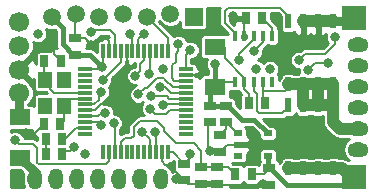
<source format=gtl>
G04 (created by PCBNEW (2013-may-18)-stable) date Mit 10 Dez 2014 19:38:00 UTC*
%MOIN*%
G04 Gerber Fmt 3.4, Leading zero omitted, Abs format*
%FSLAX34Y34*%
G01*
G70*
G90*
G04 APERTURE LIST*
%ADD10C,0.00590551*%
%ADD11R,0.0393701X0.0275591*%
%ADD12R,0.0275591X0.0393701*%
%ADD13R,0.03X0.02*%
%ADD14R,0.0708X0.0551*%
%ADD15R,0.0452756X0.0551181*%
%ADD16R,0.0472441X0.011811*%
%ADD17R,0.011811X0.0472441*%
%ADD18R,0.0126X0.0339*%
%ADD19R,0.02X0.045*%
%ADD20C,0.0669291*%
%ADD21R,0.0787402X0.0787402*%
%ADD22C,0.0590551*%
%ADD23R,0.0590551X0.0590551*%
%ADD24O,0.05X0.07*%
%ADD25O,0.07X0.05*%
%ADD26C,0.0314961*%
%ADD27C,0.015748*%
%ADD28C,0.0080315*%
%ADD29C,0.0314961*%
%ADD30C,0.0393701*%
%ADD31C,0.01*%
G04 APERTURE END LIST*
G54D10*
G54D11*
X54094Y-41338D03*
X54094Y-40787D03*
X50433Y-36614D03*
X50433Y-37165D03*
G54D12*
X49980Y-37381D03*
X49429Y-37381D03*
X49409Y-39468D03*
X49960Y-39468D03*
G54D13*
X55877Y-39782D03*
X55877Y-40532D03*
X56877Y-39782D03*
X55877Y-40157D03*
X56877Y-40532D03*
G54D14*
X48622Y-39252D03*
X48622Y-40590D03*
G54D15*
X49448Y-38858D03*
X49448Y-37992D03*
X50078Y-37992D03*
X50078Y-38858D03*
G54D16*
X50787Y-37637D03*
X50787Y-37834D03*
X50787Y-38031D03*
X50787Y-38228D03*
X50787Y-38425D03*
X50787Y-38622D03*
X50787Y-38818D03*
X50787Y-39015D03*
X50787Y-39212D03*
X50787Y-39409D03*
X50787Y-39606D03*
X50787Y-39803D03*
G54D17*
X51377Y-40393D03*
X51574Y-40393D03*
X51771Y-40393D03*
X51968Y-40393D03*
X52165Y-40393D03*
X52362Y-40393D03*
X52559Y-40393D03*
X52755Y-40393D03*
X52952Y-40393D03*
X53149Y-40393D03*
X53346Y-40393D03*
X53543Y-40393D03*
G54D16*
X54133Y-39803D03*
X54133Y-39606D03*
X54133Y-39409D03*
X54133Y-39212D03*
X54133Y-39015D03*
X54133Y-38818D03*
X54133Y-38622D03*
X54133Y-38425D03*
X54133Y-38228D03*
X54133Y-38031D03*
X54133Y-37834D03*
X54133Y-37637D03*
G54D17*
X53543Y-37047D03*
X53346Y-37047D03*
X53149Y-37047D03*
X52952Y-37047D03*
X52755Y-37047D03*
X52559Y-37047D03*
X52362Y-37047D03*
X52165Y-37047D03*
X51968Y-37047D03*
X51771Y-37047D03*
X51574Y-37047D03*
X51377Y-37047D03*
G54D11*
X54645Y-41456D03*
X54645Y-40905D03*
X55196Y-41456D03*
X55196Y-40905D03*
G54D12*
X55787Y-41141D03*
X56338Y-41141D03*
G54D11*
X55472Y-39409D03*
X55472Y-38858D03*
X56929Y-41496D03*
X56929Y-40944D03*
X54960Y-39409D03*
X54960Y-38858D03*
G54D12*
X49468Y-39980D03*
X50019Y-39980D03*
G54D11*
X55275Y-40393D03*
X55275Y-39842D03*
G54D12*
X56791Y-38779D03*
X56240Y-38779D03*
X56141Y-35944D03*
X56692Y-35944D03*
G54D18*
X55770Y-38062D03*
X56085Y-38062D03*
X56400Y-38062D03*
X56715Y-38062D03*
X57030Y-38062D03*
X57030Y-36538D03*
X56715Y-36538D03*
X56400Y-36538D03*
X56085Y-36538D03*
X55770Y-36538D03*
G54D14*
X55118Y-38228D03*
X55118Y-36890D03*
G54D19*
X59050Y-40950D03*
X59050Y-38850D03*
X58550Y-40950D03*
X58050Y-40950D03*
X57550Y-40950D03*
X58550Y-38850D03*
X58050Y-38850D03*
X57550Y-38850D03*
X59050Y-38150D03*
X59050Y-36050D03*
X58550Y-38150D03*
X58050Y-38150D03*
X57550Y-38150D03*
X58550Y-36050D03*
X58050Y-36050D03*
X57550Y-36050D03*
G54D12*
X49468Y-40472D03*
X50019Y-40472D03*
G54D20*
X48582Y-38444D03*
X48582Y-37657D03*
X48582Y-36082D03*
X48582Y-36870D03*
G54D21*
X59763Y-35944D03*
X59763Y-41220D03*
G54D22*
X49685Y-35905D03*
X50472Y-35787D03*
X51259Y-35905D03*
X52047Y-35787D03*
X52834Y-35905D03*
G54D23*
X54409Y-35905D03*
G54D22*
X53622Y-35787D03*
G54D24*
X49100Y-41299D03*
X53300Y-41299D03*
X49800Y-41299D03*
X50500Y-41299D03*
X51200Y-41299D03*
X51900Y-41299D03*
X52600Y-41299D03*
G54D25*
X59881Y-40332D03*
X59881Y-36832D03*
X59881Y-37532D03*
X59881Y-38232D03*
X59881Y-38932D03*
X59881Y-39632D03*
G54D26*
X54271Y-40472D03*
X50413Y-40236D03*
X53366Y-37637D03*
X54291Y-37007D03*
X51338Y-37559D03*
X51456Y-39094D03*
X50767Y-40472D03*
X55118Y-37480D03*
X52755Y-36456D03*
X51732Y-39429D03*
X52283Y-36476D03*
X49212Y-36476D03*
X48464Y-40019D03*
X58543Y-36594D03*
X58562Y-39685D03*
X56712Y-41456D03*
X48799Y-39783D03*
X48523Y-41279D03*
X55826Y-38503D03*
X51594Y-38720D03*
X54704Y-37677D03*
X50984Y-36830D03*
X54940Y-40374D03*
X53799Y-41299D03*
X55728Y-35885D03*
X52913Y-37795D03*
X51318Y-39507D03*
X52460Y-37874D03*
X52559Y-38484D03*
X52992Y-38543D03*
X56948Y-37637D03*
X53287Y-38248D03*
X56417Y-37047D03*
X50984Y-36417D03*
X51377Y-37992D03*
X59114Y-36574D03*
X57913Y-37342D03*
X58208Y-37657D03*
X58877Y-37421D03*
X52952Y-38956D03*
X56496Y-37637D03*
X55925Y-37322D03*
X53366Y-38838D03*
X51318Y-38405D03*
X53110Y-39724D03*
X53897Y-36811D03*
X52696Y-39724D03*
G54D27*
X50433Y-37165D02*
X50944Y-37165D01*
X50944Y-37165D02*
X51338Y-37559D01*
X50039Y-36653D02*
X50039Y-36811D01*
X50393Y-37165D02*
X50433Y-37165D01*
X50039Y-36811D02*
X50393Y-37165D01*
X49685Y-35905D02*
X50039Y-36259D01*
X50039Y-36259D02*
X50039Y-36653D01*
G54D28*
X54094Y-40787D02*
X54271Y-40610D01*
X54271Y-40610D02*
X54271Y-40472D01*
X50137Y-40354D02*
X50295Y-40354D01*
X50137Y-40354D02*
X50019Y-40472D01*
X50295Y-40354D02*
X50413Y-40236D01*
X54291Y-37007D02*
X54133Y-37165D01*
X54133Y-37165D02*
X54133Y-37637D01*
X50039Y-36259D02*
X50039Y-36653D01*
X53543Y-40393D02*
X53700Y-40393D01*
X53700Y-40393D02*
X54094Y-40787D01*
X50787Y-37637D02*
X51259Y-37637D01*
X51259Y-37637D02*
X51338Y-37559D01*
X51377Y-37047D02*
X51377Y-37519D01*
X51377Y-37519D02*
X51338Y-37559D01*
X51456Y-39094D02*
X51338Y-39094D01*
X51338Y-39094D02*
X51220Y-39212D01*
X50787Y-39212D02*
X51220Y-39212D01*
G54D29*
X48582Y-38464D02*
X48582Y-39212D01*
X48582Y-39212D02*
X48622Y-39252D01*
X48622Y-40590D02*
X49100Y-41069D01*
X49100Y-41069D02*
X49100Y-41299D01*
G54D27*
X55118Y-37480D02*
X55118Y-38228D01*
X54960Y-38858D02*
X54960Y-38385D01*
X54960Y-38385D02*
X55118Y-38228D01*
X55472Y-38858D02*
X54960Y-38858D01*
X56877Y-39782D02*
X56426Y-39330D01*
X55551Y-38858D02*
X55472Y-38858D01*
X56023Y-39330D02*
X55551Y-38858D01*
X56426Y-39330D02*
X56023Y-39330D01*
G54D28*
X55770Y-38062D02*
X55284Y-38062D01*
X55284Y-38062D02*
X55118Y-38228D01*
G54D30*
X58550Y-40950D02*
X59050Y-40950D01*
X59700Y-41306D02*
X59343Y-40950D01*
X59343Y-40950D02*
X58550Y-40950D01*
X58550Y-40950D02*
X58050Y-40950D01*
X57550Y-40950D02*
X58050Y-40950D01*
G54D27*
X56929Y-40944D02*
X56877Y-40893D01*
X56877Y-40893D02*
X56877Y-40532D01*
X57125Y-41102D02*
X56968Y-40944D01*
X57519Y-41496D02*
X57125Y-41102D01*
X56968Y-40944D02*
X56929Y-40944D01*
G54D28*
X56338Y-41141D02*
X56732Y-41141D01*
X56732Y-41141D02*
X56929Y-40944D01*
G54D27*
X59510Y-41496D02*
X57519Y-41496D01*
X59700Y-41306D02*
X59510Y-41496D01*
G54D28*
X52559Y-37047D02*
X52559Y-36653D01*
X52559Y-36653D02*
X52755Y-36456D01*
X51771Y-39468D02*
X51771Y-40393D01*
X51732Y-39429D02*
X51771Y-39468D01*
X53405Y-39704D02*
X53405Y-39606D01*
X53779Y-40078D02*
X53405Y-39704D01*
X54645Y-40905D02*
X54645Y-40354D01*
X54409Y-40118D02*
X53818Y-40118D01*
X54645Y-40354D02*
X54409Y-40118D01*
X53031Y-39370D02*
X53169Y-39370D01*
X52992Y-39370D02*
X52677Y-39370D01*
X53031Y-39370D02*
X52992Y-39370D01*
X51968Y-40078D02*
X52106Y-39940D01*
X52106Y-39940D02*
X52322Y-39940D01*
X52322Y-39940D02*
X52401Y-39862D01*
X52401Y-39862D02*
X52401Y-39586D01*
X52401Y-39586D02*
X52618Y-39370D01*
X52618Y-39370D02*
X52677Y-39370D01*
X51968Y-40393D02*
X51968Y-40078D01*
X53818Y-40118D02*
X53779Y-40078D01*
X53169Y-39370D02*
X53405Y-39606D01*
X55196Y-40905D02*
X55551Y-40905D01*
X55551Y-40905D02*
X55787Y-41141D01*
X54645Y-40905D02*
X55196Y-40905D01*
X52362Y-36555D02*
X52283Y-36476D01*
X52362Y-37047D02*
X52362Y-36555D01*
X48582Y-40137D02*
X48464Y-40019D01*
X48582Y-40137D02*
X48838Y-40137D01*
X49232Y-40807D02*
X49192Y-40767D01*
X49192Y-40767D02*
X49192Y-40275D01*
X49192Y-40275D02*
X49055Y-40137D01*
X49055Y-40137D02*
X48838Y-40137D01*
X51574Y-40708D02*
X51574Y-40393D01*
X51476Y-40807D02*
X49409Y-40807D01*
X51574Y-40708D02*
X51476Y-40807D01*
X49409Y-40807D02*
X49232Y-40807D01*
G54D27*
X58543Y-36594D02*
X58543Y-36056D01*
X58543Y-36056D02*
X58550Y-36050D01*
G54D29*
X59658Y-36050D02*
X59842Y-35866D01*
X58050Y-36050D02*
X59658Y-36050D01*
G54D28*
X55196Y-41456D02*
X55255Y-41515D01*
X56751Y-41496D02*
X56712Y-41456D01*
X56751Y-41496D02*
X56929Y-41496D01*
X56653Y-41515D02*
X56712Y-41456D01*
X55255Y-41515D02*
X56653Y-41515D01*
X54645Y-41456D02*
X55196Y-41456D01*
X54094Y-41338D02*
X54212Y-41456D01*
X54212Y-41456D02*
X54645Y-41456D01*
X49409Y-39468D02*
X49015Y-39862D01*
X48877Y-39862D02*
X48799Y-39783D01*
X49015Y-39862D02*
X48877Y-39862D01*
X56085Y-36538D02*
X56085Y-36001D01*
X56085Y-36001D02*
X56141Y-35944D01*
G54D30*
X58050Y-36050D02*
X58550Y-36050D01*
X58550Y-36050D02*
X59050Y-36050D01*
G54D28*
X49980Y-37381D02*
X49744Y-37145D01*
X49744Y-37145D02*
X49744Y-36929D01*
X51358Y-38779D02*
X51535Y-38779D01*
X51535Y-38779D02*
X51594Y-38720D01*
X50787Y-39015D02*
X51122Y-39015D01*
X51122Y-39015D02*
X51358Y-38779D01*
X54133Y-37834D02*
X54547Y-37834D01*
X54547Y-37834D02*
X54704Y-37677D01*
X52165Y-37047D02*
X52165Y-37421D01*
X52165Y-37421D02*
X52145Y-37440D01*
X55877Y-40157D02*
X55511Y-40157D01*
X55511Y-40157D02*
X55275Y-40393D01*
X54960Y-39409D02*
X54881Y-39488D01*
X54881Y-40314D02*
X54940Y-40374D01*
X54881Y-39488D02*
X54881Y-40314D01*
X50433Y-36614D02*
X50433Y-35866D01*
X50433Y-35866D02*
X50472Y-35826D01*
X50433Y-36614D02*
X50767Y-36614D01*
X50767Y-36614D02*
X50984Y-36830D01*
X51574Y-37047D02*
X51574Y-36712D01*
X51043Y-36830D02*
X50984Y-36830D01*
X51220Y-36653D02*
X51043Y-36830D01*
X51515Y-36653D02*
X51220Y-36653D01*
X51574Y-36712D02*
X51515Y-36653D01*
X55275Y-40393D02*
X54960Y-40393D01*
X54960Y-40393D02*
X54940Y-40374D01*
X54094Y-41338D02*
X53838Y-41338D01*
X53838Y-41338D02*
X53799Y-41299D01*
X56141Y-35944D02*
X55787Y-35944D01*
X55787Y-35944D02*
X55728Y-35885D01*
X53346Y-40393D02*
X53346Y-40708D01*
X53582Y-40826D02*
X54094Y-41338D01*
X53464Y-40826D02*
X53582Y-40826D01*
X53346Y-40708D02*
X53464Y-40826D01*
X52952Y-37755D02*
X52952Y-37047D01*
X52913Y-37795D02*
X52952Y-37755D01*
X51220Y-39409D02*
X51318Y-39507D01*
X50787Y-39409D02*
X51220Y-39409D01*
X52627Y-37706D02*
X52460Y-37874D01*
X52627Y-37470D02*
X52627Y-37706D01*
X52755Y-37342D02*
X52755Y-37047D01*
X52627Y-37470D02*
X52755Y-37342D01*
X53464Y-37992D02*
X53425Y-37952D01*
X52854Y-38267D02*
X52775Y-38267D01*
X53169Y-37952D02*
X52854Y-38267D01*
X53425Y-37952D02*
X53169Y-37952D01*
X52559Y-38484D02*
X52775Y-38267D01*
X54133Y-38228D02*
X53700Y-38228D01*
X53700Y-38228D02*
X53464Y-37992D01*
X50787Y-39606D02*
X50472Y-39606D01*
X50098Y-39980D02*
X50019Y-39980D01*
X50472Y-39606D02*
X50098Y-39980D01*
G54D30*
X59050Y-38850D02*
X59055Y-38855D01*
X59055Y-38855D02*
X59055Y-39409D01*
X58050Y-38150D02*
X58050Y-38850D01*
X58550Y-38150D02*
X58550Y-38850D01*
X58050Y-38850D02*
X58550Y-38850D01*
X58550Y-38850D02*
X59050Y-38850D01*
X59050Y-38850D02*
X59050Y-38150D01*
X57550Y-38150D02*
X58050Y-38150D01*
X58050Y-38150D02*
X58550Y-38150D01*
X58550Y-38150D02*
X59050Y-38150D01*
G54D28*
X57550Y-38150D02*
X57550Y-38276D01*
X57440Y-38385D02*
X56715Y-38385D01*
X57550Y-38276D02*
X57440Y-38385D01*
G54D30*
X59278Y-39632D02*
X59055Y-39409D01*
X59055Y-39409D02*
X59050Y-39404D01*
G54D29*
X59050Y-38850D02*
X59050Y-39404D01*
X59050Y-39404D02*
X59278Y-39632D01*
G54D27*
X58050Y-38850D02*
X59050Y-38850D01*
X59050Y-38850D02*
X59050Y-38150D01*
G54D28*
X56715Y-38062D02*
X56715Y-38385D01*
X56715Y-38385D02*
X56715Y-38757D01*
X56715Y-38757D02*
X56692Y-38779D01*
G54D30*
X59881Y-39632D02*
X59278Y-39632D01*
G54D28*
X53582Y-38622D02*
X53503Y-38543D01*
X53503Y-38543D02*
X52992Y-38543D01*
X53582Y-38622D02*
X54133Y-38622D01*
X53641Y-38425D02*
X53464Y-38248D01*
X53464Y-38248D02*
X53287Y-38248D01*
X54133Y-38425D02*
X53641Y-38425D01*
X56715Y-36749D02*
X56417Y-37047D01*
X56715Y-36749D02*
X56715Y-36538D01*
X49468Y-39980D02*
X49468Y-40472D01*
X55275Y-39842D02*
X55472Y-39645D01*
X55472Y-39645D02*
X55472Y-39409D01*
X55877Y-39782D02*
X55845Y-39782D01*
X55845Y-39782D02*
X55472Y-39409D01*
X51614Y-36338D02*
X51771Y-36496D01*
X51771Y-36496D02*
X51771Y-37047D01*
X50984Y-36417D02*
X51062Y-36338D01*
X51062Y-36338D02*
X51614Y-36338D01*
X51377Y-37992D02*
X51968Y-37401D01*
X51968Y-37401D02*
X51968Y-37047D01*
X55770Y-36538D02*
X55770Y-36439D01*
X55770Y-36439D02*
X55433Y-36102D01*
X55767Y-35590D02*
X55551Y-35590D01*
X55433Y-35708D02*
X55433Y-36102D01*
X55551Y-35590D02*
X55433Y-35708D01*
X55925Y-35590D02*
X55767Y-35590D01*
X57550Y-35857D02*
X57550Y-36050D01*
X57283Y-35590D02*
X57550Y-35857D01*
X55925Y-35590D02*
X57283Y-35590D01*
X56400Y-38062D02*
X56400Y-38368D01*
X57550Y-38926D02*
X57550Y-38850D01*
X57362Y-39114D02*
X57550Y-38926D01*
X56594Y-39114D02*
X57362Y-39114D01*
X56515Y-39035D02*
X56594Y-39114D01*
X56515Y-38484D02*
X56515Y-39035D01*
X56400Y-38368D02*
X56515Y-38484D01*
X58129Y-37125D02*
X58779Y-37125D01*
X59114Y-36791D02*
X59114Y-36574D01*
X58779Y-37125D02*
X59114Y-36791D01*
X57913Y-37342D02*
X58129Y-37125D01*
X58444Y-37421D02*
X58208Y-37657D01*
X58877Y-37421D02*
X58444Y-37421D01*
X57030Y-36538D02*
X57030Y-36281D01*
X57030Y-36281D02*
X56692Y-35944D01*
X56085Y-38062D02*
X56085Y-38309D01*
X56240Y-38464D02*
X56240Y-38779D01*
X56085Y-38309D02*
X56240Y-38464D01*
X55433Y-37283D02*
X55433Y-36889D01*
X55432Y-36890D02*
X55118Y-36890D01*
X55433Y-36889D02*
X55432Y-36890D01*
X56085Y-38062D02*
X56085Y-37935D01*
X56085Y-37935D02*
X55433Y-37283D01*
X49429Y-37381D02*
X49429Y-37972D01*
X49429Y-37972D02*
X49448Y-37992D01*
X50787Y-38425D02*
X49763Y-38425D01*
X49448Y-38110D02*
X49448Y-37992D01*
X49763Y-38425D02*
X49448Y-38110D01*
X50078Y-38858D02*
X50078Y-39370D01*
X50078Y-39370D02*
X49960Y-39488D01*
X50787Y-38622D02*
X50314Y-38622D01*
X50314Y-38622D02*
X50078Y-38858D01*
X53602Y-39015D02*
X53484Y-39133D01*
X53484Y-39133D02*
X53129Y-39133D01*
X53129Y-39133D02*
X52952Y-38956D01*
X53602Y-39015D02*
X54133Y-39015D01*
X55925Y-37125D02*
X55925Y-37322D01*
X56112Y-36938D02*
X55925Y-37125D01*
X56151Y-36899D02*
X56112Y-36938D01*
X56400Y-36651D02*
X56151Y-36899D01*
X56400Y-36538D02*
X56400Y-36651D01*
X53385Y-38818D02*
X53366Y-38838D01*
X54133Y-38818D02*
X53385Y-38818D01*
X51240Y-38661D02*
X51240Y-38484D01*
X51240Y-38484D02*
X51318Y-38405D01*
X50787Y-38818D02*
X51082Y-38818D01*
X51082Y-38818D02*
X51240Y-38661D01*
X53149Y-40393D02*
X53149Y-39763D01*
X53149Y-39763D02*
X53110Y-39724D01*
X53543Y-37047D02*
X53543Y-36614D01*
X53543Y-36614D02*
X52834Y-35905D01*
X53897Y-36811D02*
X53897Y-37027D01*
X53897Y-37027D02*
X53799Y-37125D01*
X53799Y-37322D02*
X53799Y-37125D01*
X54133Y-38031D02*
X53759Y-38031D01*
X53759Y-38031D02*
X53681Y-37952D01*
X53681Y-37519D02*
X53799Y-37401D01*
X53799Y-37401D02*
X53799Y-37322D01*
X53681Y-37952D02*
X53681Y-37519D01*
X52952Y-40393D02*
X52952Y-39980D01*
X52952Y-39980D02*
X52696Y-39724D01*
G54D10*
G36*
X48731Y-41562D02*
X48315Y-41562D01*
X48315Y-41015D01*
X48612Y-41015D01*
X48714Y-41118D01*
X48700Y-41189D01*
X48700Y-41409D01*
X48731Y-41562D01*
X48731Y-41562D01*
X48731Y-41562D01*
G37*
G54D31*
X48731Y-41562D02*
X48315Y-41562D01*
X48315Y-41015D01*
X48612Y-41015D01*
X48714Y-41118D01*
X48700Y-41189D01*
X48700Y-41409D01*
X48731Y-41562D01*
X48731Y-41562D01*
G54D10*
G36*
X49180Y-39997D02*
X49127Y-39962D01*
X49055Y-39947D01*
X49055Y-39947D01*
X48838Y-39947D01*
X48767Y-39947D01*
X48725Y-39845D01*
X48638Y-39759D01*
X48525Y-39712D01*
X48403Y-39712D01*
X48315Y-39748D01*
X48315Y-39677D01*
X49005Y-39677D01*
X49021Y-39671D01*
X49021Y-39715D01*
X49059Y-39807D01*
X49130Y-39877D01*
X49180Y-39898D01*
X49180Y-39997D01*
X49180Y-39997D01*
G37*
G54D31*
X49180Y-39997D02*
X49127Y-39962D01*
X49055Y-39947D01*
X49055Y-39947D01*
X48838Y-39947D01*
X48767Y-39947D01*
X48725Y-39845D01*
X48638Y-39759D01*
X48525Y-39712D01*
X48403Y-39712D01*
X48315Y-39748D01*
X48315Y-39677D01*
X49005Y-39677D01*
X49021Y-39671D01*
X49021Y-39715D01*
X49059Y-39807D01*
X49130Y-39877D01*
X49180Y-39898D01*
X49180Y-39997D01*
G54D10*
G36*
X49467Y-39518D02*
X49459Y-39518D01*
X49459Y-39526D01*
X49359Y-39526D01*
X49359Y-39518D01*
X49351Y-39518D01*
X49351Y-39418D01*
X49359Y-39418D01*
X49359Y-39410D01*
X49459Y-39410D01*
X49459Y-39418D01*
X49467Y-39418D01*
X49467Y-39518D01*
X49467Y-39518D01*
G37*
G54D31*
X49467Y-39518D02*
X49459Y-39518D01*
X49459Y-39526D01*
X49359Y-39526D01*
X49359Y-39518D01*
X49351Y-39518D01*
X49351Y-39418D01*
X49359Y-39418D01*
X49359Y-39410D01*
X49459Y-39410D01*
X49459Y-39418D01*
X49467Y-39418D01*
X49467Y-39518D01*
G54D10*
G36*
X49852Y-36935D02*
X49793Y-36934D01*
X49701Y-36972D01*
X49630Y-37043D01*
X49628Y-37048D01*
X49596Y-37035D01*
X49537Y-37035D01*
X49261Y-37035D01*
X49206Y-37057D01*
X49164Y-37099D01*
X49141Y-37155D01*
X49141Y-37214D01*
X49141Y-37466D01*
X49092Y-37348D01*
X48993Y-37317D01*
X48653Y-37657D01*
X48993Y-37997D01*
X49072Y-37972D01*
X49072Y-38297D01*
X49095Y-38352D01*
X49137Y-38394D01*
X49192Y-38417D01*
X49252Y-38417D01*
X49487Y-38417D01*
X49502Y-38432D01*
X49192Y-38432D01*
X49137Y-38455D01*
X49095Y-38497D01*
X49072Y-38552D01*
X49072Y-38612D01*
X49072Y-38860D01*
X49061Y-38849D01*
X49006Y-38826D01*
X48946Y-38826D01*
X48890Y-38826D01*
X48890Y-38822D01*
X48993Y-38719D01*
X49067Y-38541D01*
X49067Y-38348D01*
X48993Y-38170D01*
X48915Y-38092D01*
X48922Y-38068D01*
X48582Y-37728D01*
X48577Y-37733D01*
X48506Y-37663D01*
X48511Y-37657D01*
X48506Y-37651D01*
X48577Y-37581D01*
X48582Y-37586D01*
X48922Y-37246D01*
X48915Y-37222D01*
X48993Y-37144D01*
X49067Y-36966D01*
X49067Y-36774D01*
X49054Y-36743D01*
X49151Y-36783D01*
X49273Y-36783D01*
X49386Y-36737D01*
X49473Y-36650D01*
X49520Y-36537D01*
X49520Y-36415D01*
X49473Y-36302D01*
X49468Y-36297D01*
X49596Y-36350D01*
X49773Y-36350D01*
X49797Y-36341D01*
X49810Y-36354D01*
X49810Y-36653D01*
X49810Y-36811D01*
X49828Y-36898D01*
X49852Y-36935D01*
X49852Y-36935D01*
G37*
G54D31*
X49852Y-36935D02*
X49793Y-36934D01*
X49701Y-36972D01*
X49630Y-37043D01*
X49628Y-37048D01*
X49596Y-37035D01*
X49537Y-37035D01*
X49261Y-37035D01*
X49206Y-37057D01*
X49164Y-37099D01*
X49141Y-37155D01*
X49141Y-37214D01*
X49141Y-37466D01*
X49092Y-37348D01*
X48993Y-37317D01*
X48653Y-37657D01*
X48993Y-37997D01*
X49072Y-37972D01*
X49072Y-38297D01*
X49095Y-38352D01*
X49137Y-38394D01*
X49192Y-38417D01*
X49252Y-38417D01*
X49487Y-38417D01*
X49502Y-38432D01*
X49192Y-38432D01*
X49137Y-38455D01*
X49095Y-38497D01*
X49072Y-38552D01*
X49072Y-38612D01*
X49072Y-38860D01*
X49061Y-38849D01*
X49006Y-38826D01*
X48946Y-38826D01*
X48890Y-38826D01*
X48890Y-38822D01*
X48993Y-38719D01*
X49067Y-38541D01*
X49067Y-38348D01*
X48993Y-38170D01*
X48915Y-38092D01*
X48922Y-38068D01*
X48582Y-37728D01*
X48577Y-37733D01*
X48506Y-37663D01*
X48511Y-37657D01*
X48506Y-37651D01*
X48577Y-37581D01*
X48582Y-37586D01*
X48922Y-37246D01*
X48915Y-37222D01*
X48993Y-37144D01*
X49067Y-36966D01*
X49067Y-36774D01*
X49054Y-36743D01*
X49151Y-36783D01*
X49273Y-36783D01*
X49386Y-36737D01*
X49473Y-36650D01*
X49520Y-36537D01*
X49520Y-36415D01*
X49473Y-36302D01*
X49468Y-36297D01*
X49596Y-36350D01*
X49773Y-36350D01*
X49797Y-36341D01*
X49810Y-36354D01*
X49810Y-36653D01*
X49810Y-36811D01*
X49828Y-36898D01*
X49852Y-36935D01*
G54D10*
G36*
X49858Y-41349D02*
X49850Y-41349D01*
X49850Y-41357D01*
X49750Y-41357D01*
X49750Y-41349D01*
X49742Y-41349D01*
X49742Y-41249D01*
X49750Y-41249D01*
X49750Y-41241D01*
X49850Y-41241D01*
X49850Y-41249D01*
X49858Y-41249D01*
X49858Y-41349D01*
X49858Y-41349D01*
G37*
G54D31*
X49858Y-41349D02*
X49850Y-41349D01*
X49850Y-41357D01*
X49750Y-41357D01*
X49750Y-41349D01*
X49742Y-41349D01*
X49742Y-41249D01*
X49750Y-41249D01*
X49750Y-41241D01*
X49850Y-41241D01*
X49850Y-41249D01*
X49858Y-41249D01*
X49858Y-41349D01*
G54D10*
G36*
X50038Y-37431D02*
X50030Y-37431D01*
X50030Y-37439D01*
X49930Y-37439D01*
X49930Y-37431D01*
X49922Y-37431D01*
X49922Y-37331D01*
X49930Y-37331D01*
X49930Y-37324D01*
X50030Y-37324D01*
X50030Y-37331D01*
X50038Y-37331D01*
X50038Y-37431D01*
X50038Y-37431D01*
G37*
G54D31*
X50038Y-37431D02*
X50030Y-37431D01*
X50030Y-37439D01*
X49930Y-37439D01*
X49930Y-37431D01*
X49922Y-37431D01*
X49922Y-37331D01*
X49930Y-37331D01*
X49930Y-37324D01*
X50030Y-37324D01*
X50030Y-37331D01*
X50038Y-37331D01*
X50038Y-37431D01*
G54D10*
G36*
X50490Y-36664D02*
X50483Y-36664D01*
X50483Y-36672D01*
X50383Y-36672D01*
X50383Y-36664D01*
X50375Y-36664D01*
X50375Y-36564D01*
X50383Y-36564D01*
X50383Y-36556D01*
X50483Y-36556D01*
X50483Y-36564D01*
X50490Y-36564D01*
X50490Y-36664D01*
X50490Y-36664D01*
G37*
G54D31*
X50490Y-36664D02*
X50483Y-36664D01*
X50483Y-36672D01*
X50383Y-36672D01*
X50383Y-36664D01*
X50375Y-36664D01*
X50375Y-36564D01*
X50383Y-36564D01*
X50383Y-36556D01*
X50483Y-36556D01*
X50483Y-36564D01*
X50490Y-36564D01*
X50490Y-36664D01*
G54D10*
G36*
X50548Y-35792D02*
X50478Y-35863D01*
X50472Y-35858D01*
X50466Y-35863D01*
X50396Y-35792D01*
X50401Y-35787D01*
X50396Y-35781D01*
X50466Y-35711D01*
X50472Y-35716D01*
X50478Y-35711D01*
X50548Y-35781D01*
X50543Y-35787D01*
X50548Y-35792D01*
X50548Y-35792D01*
G37*
G54D31*
X50548Y-35792D02*
X50478Y-35863D01*
X50472Y-35858D01*
X50466Y-35863D01*
X50396Y-35792D01*
X50401Y-35787D01*
X50396Y-35781D01*
X50466Y-35711D01*
X50472Y-35716D01*
X50478Y-35711D01*
X50548Y-35781D01*
X50543Y-35787D01*
X50548Y-35792D01*
G54D10*
G36*
X51567Y-36561D02*
X51524Y-36561D01*
X51524Y-36603D01*
X51482Y-36561D01*
X51466Y-36560D01*
X51374Y-36598D01*
X51312Y-36660D01*
X51289Y-36660D01*
X51234Y-36683D01*
X51191Y-36725D01*
X51168Y-36781D01*
X51168Y-36840D01*
X51168Y-37065D01*
X51106Y-37003D01*
X51032Y-36954D01*
X50944Y-36936D01*
X50798Y-36936D01*
X50841Y-36893D01*
X50879Y-36801D01*
X50879Y-36726D01*
X50846Y-36692D01*
X50922Y-36724D01*
X51045Y-36724D01*
X51158Y-36678D01*
X51244Y-36591D01*
X51270Y-36528D01*
X51535Y-36528D01*
X51567Y-36561D01*
X51567Y-36561D01*
G37*
G54D31*
X51567Y-36561D02*
X51524Y-36561D01*
X51524Y-36603D01*
X51482Y-36561D01*
X51466Y-36560D01*
X51374Y-36598D01*
X51312Y-36660D01*
X51289Y-36660D01*
X51234Y-36683D01*
X51191Y-36725D01*
X51168Y-36781D01*
X51168Y-36840D01*
X51168Y-37065D01*
X51106Y-37003D01*
X51032Y-36954D01*
X50944Y-36936D01*
X50798Y-36936D01*
X50841Y-36893D01*
X50879Y-36801D01*
X50879Y-36726D01*
X50846Y-36692D01*
X50922Y-36724D01*
X51045Y-36724D01*
X51158Y-36678D01*
X51244Y-36591D01*
X51270Y-36528D01*
X51535Y-36528D01*
X51567Y-36561D01*
G54D10*
G36*
X52741Y-39179D02*
X52677Y-39179D01*
X52618Y-39179D01*
X52545Y-39194D01*
X52520Y-39210D01*
X52483Y-39235D01*
X52483Y-39235D01*
X52267Y-39452D01*
X52225Y-39513D01*
X52211Y-39586D01*
X52211Y-39586D01*
X52211Y-39750D01*
X52106Y-39750D01*
X52106Y-39750D01*
X52091Y-39753D01*
X52033Y-39765D01*
X51971Y-39806D01*
X51971Y-39806D01*
X51961Y-39816D01*
X51961Y-39634D01*
X51992Y-39603D01*
X52039Y-39490D01*
X52039Y-39368D01*
X51993Y-39255D01*
X51906Y-39168D01*
X51793Y-39121D01*
X51764Y-39121D01*
X51764Y-39033D01*
X51717Y-38920D01*
X51631Y-38833D01*
X51518Y-38787D01*
X51395Y-38786D01*
X51374Y-38795D01*
X51399Y-38758D01*
X51415Y-38734D01*
X51415Y-38734D01*
X51423Y-38694D01*
X51492Y-38666D01*
X51579Y-38579D01*
X51626Y-38466D01*
X51626Y-38344D01*
X51579Y-38231D01*
X51576Y-38228D01*
X51638Y-38166D01*
X51685Y-38053D01*
X51685Y-37953D01*
X52102Y-37536D01*
X52102Y-37536D01*
X52102Y-37536D01*
X52127Y-37499D01*
X52144Y-37474D01*
X52144Y-37474D01*
X52158Y-37401D01*
X52158Y-37358D01*
X52165Y-37342D01*
X52175Y-37368D01*
X52194Y-37387D01*
X52194Y-37470D01*
X52257Y-37533D01*
X52273Y-37533D01*
X52365Y-37495D01*
X52427Y-37433D01*
X52445Y-37433D01*
X52437Y-37470D01*
X52437Y-37470D01*
X52437Y-37566D01*
X52399Y-37566D01*
X52286Y-37613D01*
X52200Y-37699D01*
X52153Y-37812D01*
X52153Y-37934D01*
X52199Y-38047D01*
X52286Y-38134D01*
X52399Y-38181D01*
X52486Y-38181D01*
X52385Y-38223D01*
X52298Y-38309D01*
X52251Y-38422D01*
X52251Y-38545D01*
X52298Y-38658D01*
X52384Y-38744D01*
X52497Y-38791D01*
X52619Y-38791D01*
X52727Y-38747D01*
X52692Y-38782D01*
X52645Y-38895D01*
X52645Y-39017D01*
X52691Y-39130D01*
X52741Y-39179D01*
X52741Y-39179D01*
G37*
G54D31*
X52741Y-39179D02*
X52677Y-39179D01*
X52618Y-39179D01*
X52545Y-39194D01*
X52520Y-39210D01*
X52483Y-39235D01*
X52483Y-39235D01*
X52267Y-39452D01*
X52225Y-39513D01*
X52211Y-39586D01*
X52211Y-39586D01*
X52211Y-39750D01*
X52106Y-39750D01*
X52106Y-39750D01*
X52091Y-39753D01*
X52033Y-39765D01*
X51971Y-39806D01*
X51971Y-39806D01*
X51961Y-39816D01*
X51961Y-39634D01*
X51992Y-39603D01*
X52039Y-39490D01*
X52039Y-39368D01*
X51993Y-39255D01*
X51906Y-39168D01*
X51793Y-39121D01*
X51764Y-39121D01*
X51764Y-39033D01*
X51717Y-38920D01*
X51631Y-38833D01*
X51518Y-38787D01*
X51395Y-38786D01*
X51374Y-38795D01*
X51399Y-38758D01*
X51415Y-38734D01*
X51415Y-38734D01*
X51423Y-38694D01*
X51492Y-38666D01*
X51579Y-38579D01*
X51626Y-38466D01*
X51626Y-38344D01*
X51579Y-38231D01*
X51576Y-38228D01*
X51638Y-38166D01*
X51685Y-38053D01*
X51685Y-37953D01*
X52102Y-37536D01*
X52102Y-37536D01*
X52102Y-37536D01*
X52127Y-37499D01*
X52144Y-37474D01*
X52144Y-37474D01*
X52158Y-37401D01*
X52158Y-37358D01*
X52165Y-37342D01*
X52175Y-37368D01*
X52194Y-37387D01*
X52194Y-37470D01*
X52257Y-37533D01*
X52273Y-37533D01*
X52365Y-37495D01*
X52427Y-37433D01*
X52445Y-37433D01*
X52437Y-37470D01*
X52437Y-37470D01*
X52437Y-37566D01*
X52399Y-37566D01*
X52286Y-37613D01*
X52200Y-37699D01*
X52153Y-37812D01*
X52153Y-37934D01*
X52199Y-38047D01*
X52286Y-38134D01*
X52399Y-38181D01*
X52486Y-38181D01*
X52385Y-38223D01*
X52298Y-38309D01*
X52251Y-38422D01*
X52251Y-38545D01*
X52298Y-38658D01*
X52384Y-38744D01*
X52497Y-38791D01*
X52619Y-38791D01*
X52727Y-38747D01*
X52692Y-38782D01*
X52645Y-38895D01*
X52645Y-39017D01*
X52691Y-39130D01*
X52741Y-39179D01*
G54D10*
G36*
X53760Y-40986D02*
X53755Y-40988D01*
X53685Y-41059D01*
X53678Y-41076D01*
X53670Y-41036D01*
X53583Y-40906D01*
X53509Y-40857D01*
X53546Y-40841D01*
X53609Y-40779D01*
X53632Y-40779D01*
X53687Y-40757D01*
X53729Y-40715D01*
X53736Y-40698D01*
X53747Y-40709D01*
X53747Y-40954D01*
X53760Y-40986D01*
X53760Y-40986D01*
G37*
G54D31*
X53760Y-40986D02*
X53755Y-40988D01*
X53685Y-41059D01*
X53678Y-41076D01*
X53670Y-41036D01*
X53583Y-40906D01*
X53509Y-40857D01*
X53546Y-40841D01*
X53609Y-40779D01*
X53632Y-40779D01*
X53687Y-40757D01*
X53729Y-40715D01*
X53736Y-40698D01*
X53747Y-40709D01*
X53747Y-40954D01*
X53760Y-40986D01*
G54D10*
G36*
X54152Y-41388D02*
X54144Y-41388D01*
X54144Y-41396D01*
X54044Y-41396D01*
X54044Y-41388D01*
X54036Y-41388D01*
X54036Y-41288D01*
X54044Y-41288D01*
X54044Y-41280D01*
X54144Y-41280D01*
X54144Y-41288D01*
X54152Y-41288D01*
X54152Y-41388D01*
X54152Y-41388D01*
G37*
G54D31*
X54152Y-41388D02*
X54144Y-41388D01*
X54144Y-41396D01*
X54044Y-41396D01*
X54044Y-41388D01*
X54036Y-41388D01*
X54036Y-41288D01*
X54044Y-41288D01*
X54044Y-41280D01*
X54144Y-41280D01*
X54144Y-41288D01*
X54152Y-41288D01*
X54152Y-41388D01*
G54D10*
G36*
X55018Y-39459D02*
X55010Y-39459D01*
X55010Y-39467D01*
X54910Y-39467D01*
X54910Y-39459D01*
X54902Y-39459D01*
X54902Y-39359D01*
X54910Y-39359D01*
X54910Y-39351D01*
X55010Y-39351D01*
X55010Y-39359D01*
X55018Y-39359D01*
X55018Y-39459D01*
X55018Y-39459D01*
G37*
G54D31*
X55018Y-39459D02*
X55010Y-39459D01*
X55010Y-39467D01*
X54910Y-39467D01*
X54910Y-39459D01*
X54902Y-39459D01*
X54902Y-39359D01*
X54910Y-39359D01*
X54910Y-39351D01*
X55010Y-39351D01*
X55010Y-39359D01*
X55018Y-39359D01*
X55018Y-39459D01*
G54D10*
G36*
X55254Y-41506D02*
X55246Y-41506D01*
X55246Y-41514D01*
X55146Y-41514D01*
X55146Y-41506D01*
X55030Y-41506D01*
X54812Y-41506D01*
X54695Y-41506D01*
X54695Y-41514D01*
X54595Y-41514D01*
X54595Y-41506D01*
X54587Y-41506D01*
X54587Y-41406D01*
X54595Y-41406D01*
X54595Y-41398D01*
X54695Y-41398D01*
X54695Y-41406D01*
X54812Y-41406D01*
X55030Y-41406D01*
X55146Y-41406D01*
X55146Y-41398D01*
X55246Y-41398D01*
X55246Y-41406D01*
X55254Y-41406D01*
X55254Y-41506D01*
X55254Y-41506D01*
G37*
G54D31*
X55254Y-41506D02*
X55246Y-41506D01*
X55246Y-41514D01*
X55146Y-41514D01*
X55146Y-41506D01*
X55030Y-41506D01*
X54812Y-41506D01*
X54695Y-41506D01*
X54695Y-41514D01*
X54595Y-41514D01*
X54595Y-41506D01*
X54587Y-41506D01*
X54587Y-41406D01*
X54595Y-41406D01*
X54595Y-41398D01*
X54695Y-41398D01*
X54695Y-41406D01*
X54812Y-41406D01*
X55030Y-41406D01*
X55146Y-41406D01*
X55146Y-41398D01*
X55246Y-41398D01*
X55246Y-41406D01*
X55254Y-41406D01*
X55254Y-41506D01*
G54D10*
G36*
X55333Y-40443D02*
X55325Y-40443D01*
X55325Y-40451D01*
X55225Y-40451D01*
X55225Y-40443D01*
X55217Y-40443D01*
X55217Y-40343D01*
X55225Y-40343D01*
X55225Y-40335D01*
X55325Y-40335D01*
X55325Y-40343D01*
X55333Y-40343D01*
X55333Y-40443D01*
X55333Y-40443D01*
G37*
G54D31*
X55333Y-40443D02*
X55325Y-40443D01*
X55325Y-40451D01*
X55225Y-40451D01*
X55225Y-40443D01*
X55217Y-40443D01*
X55217Y-40343D01*
X55225Y-40343D01*
X55225Y-40335D01*
X55325Y-40335D01*
X55325Y-40343D01*
X55333Y-40343D01*
X55333Y-40443D01*
G54D10*
G36*
X55543Y-36481D02*
X55502Y-36464D01*
X55442Y-36464D01*
X54734Y-36464D01*
X54679Y-36487D01*
X54637Y-36529D01*
X54614Y-36584D01*
X54614Y-36644D01*
X54614Y-37195D01*
X54636Y-37250D01*
X54679Y-37292D01*
X54734Y-37315D01*
X54793Y-37315D01*
X54853Y-37315D01*
X54810Y-37418D01*
X54810Y-37541D01*
X54857Y-37654D01*
X54889Y-37686D01*
X54889Y-37802D01*
X54734Y-37802D01*
X54679Y-37825D01*
X54637Y-37867D01*
X54614Y-37921D01*
X54557Y-37864D01*
X54473Y-37864D01*
X54455Y-37845D01*
X54429Y-37834D01*
X54454Y-37824D01*
X54473Y-37805D01*
X54557Y-37805D01*
X54620Y-37742D01*
X54620Y-37726D01*
X54582Y-37634D01*
X54520Y-37572D01*
X54520Y-37549D01*
X54497Y-37493D01*
X54455Y-37451D01*
X54400Y-37428D01*
X54340Y-37428D01*
X54324Y-37428D01*
X54324Y-37315D01*
X54352Y-37315D01*
X54465Y-37268D01*
X54551Y-37182D01*
X54598Y-37069D01*
X54598Y-36946D01*
X54552Y-36833D01*
X54465Y-36747D01*
X54352Y-36700D01*
X54230Y-36700D01*
X54191Y-36716D01*
X54158Y-36637D01*
X54072Y-36550D01*
X53959Y-36503D01*
X53836Y-36503D01*
X53723Y-36550D01*
X53721Y-36552D01*
X53718Y-36541D01*
X53718Y-36541D01*
X53702Y-36516D01*
X53677Y-36479D01*
X53677Y-36479D01*
X53254Y-36056D01*
X53256Y-36051D01*
X53369Y-36164D01*
X53533Y-36232D01*
X53710Y-36232D01*
X53873Y-36165D01*
X53964Y-36075D01*
X53964Y-36230D01*
X53986Y-36285D01*
X54029Y-36327D01*
X54084Y-36350D01*
X54143Y-36350D01*
X54734Y-36350D01*
X54789Y-36328D01*
X54831Y-36285D01*
X54854Y-36230D01*
X54854Y-36171D01*
X54854Y-35602D01*
X55279Y-35602D01*
X55257Y-35635D01*
X55242Y-35708D01*
X55242Y-35708D01*
X55242Y-36102D01*
X55242Y-36102D01*
X55257Y-36175D01*
X55298Y-36236D01*
X55543Y-36481D01*
X55543Y-36481D01*
G37*
G54D31*
X55543Y-36481D02*
X55502Y-36464D01*
X55442Y-36464D01*
X54734Y-36464D01*
X54679Y-36487D01*
X54637Y-36529D01*
X54614Y-36584D01*
X54614Y-36644D01*
X54614Y-37195D01*
X54636Y-37250D01*
X54679Y-37292D01*
X54734Y-37315D01*
X54793Y-37315D01*
X54853Y-37315D01*
X54810Y-37418D01*
X54810Y-37541D01*
X54857Y-37654D01*
X54889Y-37686D01*
X54889Y-37802D01*
X54734Y-37802D01*
X54679Y-37825D01*
X54637Y-37867D01*
X54614Y-37921D01*
X54557Y-37864D01*
X54473Y-37864D01*
X54455Y-37845D01*
X54429Y-37834D01*
X54454Y-37824D01*
X54473Y-37805D01*
X54557Y-37805D01*
X54620Y-37742D01*
X54620Y-37726D01*
X54582Y-37634D01*
X54520Y-37572D01*
X54520Y-37549D01*
X54497Y-37493D01*
X54455Y-37451D01*
X54400Y-37428D01*
X54340Y-37428D01*
X54324Y-37428D01*
X54324Y-37315D01*
X54352Y-37315D01*
X54465Y-37268D01*
X54551Y-37182D01*
X54598Y-37069D01*
X54598Y-36946D01*
X54552Y-36833D01*
X54465Y-36747D01*
X54352Y-36700D01*
X54230Y-36700D01*
X54191Y-36716D01*
X54158Y-36637D01*
X54072Y-36550D01*
X53959Y-36503D01*
X53836Y-36503D01*
X53723Y-36550D01*
X53721Y-36552D01*
X53718Y-36541D01*
X53718Y-36541D01*
X53702Y-36516D01*
X53677Y-36479D01*
X53677Y-36479D01*
X53254Y-36056D01*
X53256Y-36051D01*
X53369Y-36164D01*
X53533Y-36232D01*
X53710Y-36232D01*
X53873Y-36165D01*
X53964Y-36075D01*
X53964Y-36230D01*
X53986Y-36285D01*
X54029Y-36327D01*
X54084Y-36350D01*
X54143Y-36350D01*
X54734Y-36350D01*
X54789Y-36328D01*
X54831Y-36285D01*
X54854Y-36230D01*
X54854Y-36171D01*
X54854Y-35602D01*
X55279Y-35602D01*
X55257Y-35635D01*
X55242Y-35708D01*
X55242Y-35708D01*
X55242Y-36102D01*
X55242Y-36102D01*
X55257Y-36175D01*
X55298Y-36236D01*
X55543Y-36481D01*
G54D10*
G36*
X55989Y-38483D02*
X55975Y-38497D01*
X55952Y-38552D01*
X55952Y-38612D01*
X55952Y-38935D01*
X55819Y-38802D01*
X55819Y-38690D01*
X55796Y-38635D01*
X55754Y-38593D01*
X55699Y-38570D01*
X55639Y-38570D01*
X55606Y-38570D01*
X55622Y-38533D01*
X55622Y-38473D01*
X55622Y-38358D01*
X55677Y-38381D01*
X55736Y-38381D01*
X55862Y-38381D01*
X55905Y-38363D01*
X55909Y-38382D01*
X55950Y-38443D01*
X55989Y-38483D01*
X55989Y-38483D01*
G37*
G54D31*
X55989Y-38483D02*
X55975Y-38497D01*
X55952Y-38552D01*
X55952Y-38612D01*
X55952Y-38935D01*
X55819Y-38802D01*
X55819Y-38690D01*
X55796Y-38635D01*
X55754Y-38593D01*
X55699Y-38570D01*
X55639Y-38570D01*
X55606Y-38570D01*
X55622Y-38533D01*
X55622Y-38473D01*
X55622Y-38358D01*
X55677Y-38381D01*
X55736Y-38381D01*
X55862Y-38381D01*
X55905Y-38363D01*
X55909Y-38382D01*
X55950Y-38443D01*
X55989Y-38483D01*
G54D10*
G36*
X56142Y-36588D02*
X56116Y-36588D01*
X56116Y-36595D01*
X56053Y-36595D01*
X56053Y-36588D01*
X56027Y-36588D01*
X56027Y-36488D01*
X56053Y-36488D01*
X56053Y-36480D01*
X56116Y-36480D01*
X56116Y-36488D01*
X56142Y-36488D01*
X56142Y-36588D01*
X56142Y-36588D01*
G37*
G54D31*
X56142Y-36588D02*
X56116Y-36588D01*
X56116Y-36595D01*
X56053Y-36595D01*
X56053Y-36588D01*
X56027Y-36588D01*
X56027Y-36488D01*
X56053Y-36488D01*
X56053Y-36480D01*
X56116Y-36480D01*
X56116Y-36488D01*
X56142Y-36488D01*
X56142Y-36588D01*
G54D10*
G36*
X56199Y-35994D02*
X56191Y-35994D01*
X56191Y-36002D01*
X56091Y-36002D01*
X56091Y-35994D01*
X55816Y-35994D01*
X55753Y-36057D01*
X55753Y-36092D01*
X55753Y-36154D01*
X55623Y-36023D01*
X55623Y-35787D01*
X55629Y-35780D01*
X55753Y-35780D01*
X55753Y-35797D01*
X55753Y-35832D01*
X55816Y-35894D01*
X56091Y-35894D01*
X56091Y-35887D01*
X56191Y-35887D01*
X56191Y-35894D01*
X56199Y-35894D01*
X56199Y-35994D01*
X56199Y-35994D01*
G37*
G54D31*
X56199Y-35994D02*
X56191Y-35994D01*
X56191Y-36002D01*
X56091Y-36002D01*
X56091Y-35994D01*
X55816Y-35994D01*
X55753Y-36057D01*
X55753Y-36092D01*
X55753Y-36154D01*
X55623Y-36023D01*
X55623Y-35787D01*
X55629Y-35780D01*
X55753Y-35780D01*
X55753Y-35797D01*
X55753Y-35832D01*
X55816Y-35894D01*
X56091Y-35894D01*
X56091Y-35887D01*
X56191Y-35887D01*
X56191Y-35894D01*
X56199Y-35894D01*
X56199Y-35994D01*
G54D10*
G36*
X56987Y-41546D02*
X56979Y-41546D01*
X56979Y-41553D01*
X56879Y-41553D01*
X56879Y-41546D01*
X56544Y-41546D01*
X56528Y-41562D01*
X55637Y-41562D01*
X55581Y-41506D01*
X55643Y-41506D01*
X55643Y-41488D01*
X55679Y-41488D01*
X55954Y-41488D01*
X56010Y-41465D01*
X56052Y-41423D01*
X56062Y-41397D01*
X56073Y-41423D01*
X56115Y-41465D01*
X56170Y-41488D01*
X56230Y-41488D01*
X56506Y-41488D01*
X56561Y-41465D01*
X56581Y-41446D01*
X56879Y-41446D01*
X56879Y-41438D01*
X56979Y-41438D01*
X56979Y-41446D01*
X56987Y-41446D01*
X56987Y-41546D01*
X56987Y-41546D01*
G37*
G54D31*
X56987Y-41546D02*
X56979Y-41546D01*
X56979Y-41553D01*
X56879Y-41553D01*
X56879Y-41546D01*
X56544Y-41546D01*
X56528Y-41562D01*
X55637Y-41562D01*
X55581Y-41506D01*
X55643Y-41506D01*
X55643Y-41488D01*
X55679Y-41488D01*
X55954Y-41488D01*
X56010Y-41465D01*
X56052Y-41423D01*
X56062Y-41397D01*
X56073Y-41423D01*
X56115Y-41465D01*
X56170Y-41488D01*
X56230Y-41488D01*
X56506Y-41488D01*
X56561Y-41465D01*
X56581Y-41446D01*
X56879Y-41446D01*
X56879Y-41438D01*
X56979Y-41438D01*
X56979Y-41446D01*
X56987Y-41446D01*
X56987Y-41546D01*
G54D10*
G36*
X59107Y-36100D02*
X59100Y-36100D01*
X59100Y-36107D01*
X59000Y-36107D01*
X59000Y-36100D01*
X58837Y-36100D01*
X58762Y-36100D01*
X58600Y-36100D01*
X58600Y-36462D01*
X58662Y-36525D01*
X58699Y-36525D01*
X58791Y-36487D01*
X58800Y-36478D01*
X58808Y-36487D01*
X58816Y-36490D01*
X58806Y-36513D01*
X58806Y-36635D01*
X58853Y-36748D01*
X58870Y-36766D01*
X58700Y-36935D01*
X58500Y-36935D01*
X58500Y-36462D01*
X58500Y-36100D01*
X58337Y-36100D01*
X58262Y-36100D01*
X58100Y-36100D01*
X58100Y-36462D01*
X58162Y-36525D01*
X58199Y-36525D01*
X58291Y-36487D01*
X58300Y-36478D01*
X58308Y-36487D01*
X58400Y-36525D01*
X58437Y-36525D01*
X58500Y-36462D01*
X58500Y-36935D01*
X58129Y-36935D01*
X58057Y-36950D01*
X58032Y-36966D01*
X57995Y-36991D01*
X57995Y-36991D01*
X57951Y-37035D01*
X57852Y-37034D01*
X57739Y-37081D01*
X57652Y-37168D01*
X57605Y-37281D01*
X57605Y-37403D01*
X57652Y-37516D01*
X57738Y-37603D01*
X57851Y-37649D01*
X57901Y-37649D01*
X57901Y-37718D01*
X57924Y-37774D01*
X57920Y-37774D01*
X57865Y-37797D01*
X57859Y-37803D01*
X57740Y-37803D01*
X57735Y-37797D01*
X57679Y-37775D01*
X57620Y-37774D01*
X57420Y-37774D01*
X57365Y-37797D01*
X57322Y-37839D01*
X57300Y-37895D01*
X57300Y-37911D01*
X57243Y-37997D01*
X57243Y-37862D01*
X57220Y-37807D01*
X57213Y-37801D01*
X57256Y-37699D01*
X57256Y-37576D01*
X57209Y-37463D01*
X57123Y-37377D01*
X57010Y-37330D01*
X56887Y-37330D01*
X56774Y-37376D01*
X56722Y-37429D01*
X56670Y-37377D01*
X56557Y-37330D01*
X56537Y-37330D01*
X56591Y-37308D01*
X56677Y-37221D01*
X56724Y-37108D01*
X56724Y-37008D01*
X56849Y-36884D01*
X56849Y-36884D01*
X56849Y-36884D01*
X56882Y-36834D01*
X56937Y-36857D01*
X56996Y-36857D01*
X57122Y-36857D01*
X57177Y-36834D01*
X57220Y-36792D01*
X57242Y-36737D01*
X57243Y-36677D01*
X57243Y-36338D01*
X57220Y-36283D01*
X57220Y-36283D01*
X57220Y-36281D01*
X57205Y-36209D01*
X57205Y-36209D01*
X57164Y-36147D01*
X57164Y-36147D01*
X56980Y-35963D01*
X56980Y-35780D01*
X57204Y-35780D01*
X57299Y-35875D01*
X57299Y-36304D01*
X57322Y-36359D01*
X57364Y-36402D01*
X57420Y-36424D01*
X57479Y-36425D01*
X57679Y-36425D01*
X57732Y-36403D01*
X57738Y-36416D01*
X57808Y-36487D01*
X57900Y-36525D01*
X57937Y-36525D01*
X58000Y-36462D01*
X58000Y-36100D01*
X57992Y-36100D01*
X57992Y-36000D01*
X58000Y-36000D01*
X58000Y-35992D01*
X58100Y-35992D01*
X58100Y-36000D01*
X58262Y-36000D01*
X58337Y-36000D01*
X58500Y-36000D01*
X58500Y-35992D01*
X58600Y-35992D01*
X58600Y-36000D01*
X58762Y-36000D01*
X58837Y-36000D01*
X59000Y-36000D01*
X59000Y-35992D01*
X59100Y-35992D01*
X59100Y-36000D01*
X59107Y-36000D01*
X59107Y-36100D01*
X59107Y-36100D01*
G37*
G54D31*
X59107Y-36100D02*
X59100Y-36100D01*
X59100Y-36107D01*
X59000Y-36107D01*
X59000Y-36100D01*
X58837Y-36100D01*
X58762Y-36100D01*
X58600Y-36100D01*
X58600Y-36462D01*
X58662Y-36525D01*
X58699Y-36525D01*
X58791Y-36487D01*
X58800Y-36478D01*
X58808Y-36487D01*
X58816Y-36490D01*
X58806Y-36513D01*
X58806Y-36635D01*
X58853Y-36748D01*
X58870Y-36766D01*
X58700Y-36935D01*
X58500Y-36935D01*
X58500Y-36462D01*
X58500Y-36100D01*
X58337Y-36100D01*
X58262Y-36100D01*
X58100Y-36100D01*
X58100Y-36462D01*
X58162Y-36525D01*
X58199Y-36525D01*
X58291Y-36487D01*
X58300Y-36478D01*
X58308Y-36487D01*
X58400Y-36525D01*
X58437Y-36525D01*
X58500Y-36462D01*
X58500Y-36935D01*
X58129Y-36935D01*
X58057Y-36950D01*
X58032Y-36966D01*
X57995Y-36991D01*
X57995Y-36991D01*
X57951Y-37035D01*
X57852Y-37034D01*
X57739Y-37081D01*
X57652Y-37168D01*
X57605Y-37281D01*
X57605Y-37403D01*
X57652Y-37516D01*
X57738Y-37603D01*
X57851Y-37649D01*
X57901Y-37649D01*
X57901Y-37718D01*
X57924Y-37774D01*
X57920Y-37774D01*
X57865Y-37797D01*
X57859Y-37803D01*
X57740Y-37803D01*
X57735Y-37797D01*
X57679Y-37775D01*
X57620Y-37774D01*
X57420Y-37774D01*
X57365Y-37797D01*
X57322Y-37839D01*
X57300Y-37895D01*
X57300Y-37911D01*
X57243Y-37997D01*
X57243Y-37862D01*
X57220Y-37807D01*
X57213Y-37801D01*
X57256Y-37699D01*
X57256Y-37576D01*
X57209Y-37463D01*
X57123Y-37377D01*
X57010Y-37330D01*
X56887Y-37330D01*
X56774Y-37376D01*
X56722Y-37429D01*
X56670Y-37377D01*
X56557Y-37330D01*
X56537Y-37330D01*
X56591Y-37308D01*
X56677Y-37221D01*
X56724Y-37108D01*
X56724Y-37008D01*
X56849Y-36884D01*
X56849Y-36884D01*
X56849Y-36884D01*
X56882Y-36834D01*
X56937Y-36857D01*
X56996Y-36857D01*
X57122Y-36857D01*
X57177Y-36834D01*
X57220Y-36792D01*
X57242Y-36737D01*
X57243Y-36677D01*
X57243Y-36338D01*
X57220Y-36283D01*
X57220Y-36283D01*
X57220Y-36281D01*
X57205Y-36209D01*
X57205Y-36209D01*
X57164Y-36147D01*
X57164Y-36147D01*
X56980Y-35963D01*
X56980Y-35780D01*
X57204Y-35780D01*
X57299Y-35875D01*
X57299Y-36304D01*
X57322Y-36359D01*
X57364Y-36402D01*
X57420Y-36424D01*
X57479Y-36425D01*
X57679Y-36425D01*
X57732Y-36403D01*
X57738Y-36416D01*
X57808Y-36487D01*
X57900Y-36525D01*
X57937Y-36525D01*
X58000Y-36462D01*
X58000Y-36100D01*
X57992Y-36100D01*
X57992Y-36000D01*
X58000Y-36000D01*
X58000Y-35992D01*
X58100Y-35992D01*
X58100Y-36000D01*
X58262Y-36000D01*
X58337Y-36000D01*
X58500Y-36000D01*
X58500Y-35992D01*
X58600Y-35992D01*
X58600Y-36000D01*
X58762Y-36000D01*
X58837Y-36000D01*
X59000Y-36000D01*
X59000Y-35992D01*
X59100Y-35992D01*
X59100Y-36000D01*
X59107Y-36000D01*
X59107Y-36100D01*
G54D10*
G36*
X59589Y-39982D02*
X59489Y-40049D01*
X59402Y-40179D01*
X59372Y-40332D01*
X59402Y-40485D01*
X59489Y-40615D01*
X59580Y-40676D01*
X59547Y-40676D01*
X59476Y-40629D01*
X59343Y-40603D01*
X59240Y-40603D01*
X59235Y-40597D01*
X59179Y-40575D01*
X59120Y-40574D01*
X58920Y-40574D01*
X58865Y-40597D01*
X58859Y-40603D01*
X58740Y-40603D01*
X58735Y-40597D01*
X58679Y-40575D01*
X58620Y-40574D01*
X58420Y-40574D01*
X58365Y-40597D01*
X58359Y-40603D01*
X58240Y-40603D01*
X58235Y-40597D01*
X58179Y-40575D01*
X58120Y-40574D01*
X57920Y-40574D01*
X57865Y-40597D01*
X57859Y-40603D01*
X57740Y-40603D01*
X57735Y-40597D01*
X57679Y-40575D01*
X57620Y-40574D01*
X57420Y-40574D01*
X57365Y-40597D01*
X57322Y-40639D01*
X57300Y-40695D01*
X57300Y-40711D01*
X57268Y-40759D01*
X57253Y-40722D01*
X57211Y-40679D01*
X57176Y-40665D01*
X57177Y-40662D01*
X57177Y-40602D01*
X57177Y-40402D01*
X57155Y-40347D01*
X57113Y-40305D01*
X57057Y-40282D01*
X56998Y-40282D01*
X56698Y-40282D01*
X56643Y-40305D01*
X56600Y-40347D01*
X56577Y-40402D01*
X56577Y-40462D01*
X56577Y-40662D01*
X56600Y-40717D01*
X56605Y-40721D01*
X56605Y-40722D01*
X56582Y-40777D01*
X56582Y-40836D01*
X56582Y-40838D01*
X56561Y-40817D01*
X56506Y-40794D01*
X56446Y-40794D01*
X56171Y-40794D01*
X56115Y-40817D01*
X56073Y-40859D01*
X56062Y-40885D01*
X56052Y-40860D01*
X56010Y-40817D01*
X55955Y-40794D01*
X55895Y-40794D01*
X55709Y-40794D01*
X55696Y-40781D01*
X55697Y-40782D01*
X55757Y-40782D01*
X56057Y-40782D01*
X56112Y-40759D01*
X56155Y-40717D01*
X56177Y-40662D01*
X56177Y-40602D01*
X56177Y-40461D01*
X56240Y-40398D01*
X56277Y-40306D01*
X56277Y-40269D01*
X56215Y-40207D01*
X55927Y-40207D01*
X55927Y-40215D01*
X55827Y-40215D01*
X55827Y-40207D01*
X55820Y-40207D01*
X55820Y-40107D01*
X55827Y-40107D01*
X55827Y-40099D01*
X55927Y-40099D01*
X55927Y-40107D01*
X56215Y-40107D01*
X56277Y-40044D01*
X56277Y-40007D01*
X56240Y-39916D01*
X56177Y-39853D01*
X56177Y-39852D01*
X56177Y-39652D01*
X56155Y-39597D01*
X56117Y-39559D01*
X56331Y-39559D01*
X56577Y-39805D01*
X56577Y-39912D01*
X56600Y-39967D01*
X56642Y-40009D01*
X56697Y-40032D01*
X56757Y-40032D01*
X57057Y-40032D01*
X57112Y-40009D01*
X57155Y-39967D01*
X57177Y-39912D01*
X57177Y-39852D01*
X57177Y-39652D01*
X57155Y-39597D01*
X57113Y-39555D01*
X57057Y-39532D01*
X56998Y-39532D01*
X56951Y-39532D01*
X56723Y-39304D01*
X57362Y-39304D01*
X57362Y-39304D01*
X57362Y-39304D01*
X57434Y-39289D01*
X57496Y-39248D01*
X57520Y-39225D01*
X57679Y-39225D01*
X57734Y-39202D01*
X57777Y-39160D01*
X57799Y-39104D01*
X57799Y-39104D01*
X57822Y-39159D01*
X57864Y-39202D01*
X57920Y-39224D01*
X57979Y-39225D01*
X58179Y-39225D01*
X58234Y-39202D01*
X58240Y-39196D01*
X58359Y-39196D01*
X58364Y-39202D01*
X58420Y-39224D01*
X58479Y-39225D01*
X58679Y-39225D01*
X58708Y-39213D01*
X58708Y-39378D01*
X58703Y-39404D01*
X58729Y-39537D01*
X58804Y-39649D01*
X58809Y-39654D01*
X58809Y-39654D01*
X58809Y-39654D01*
X59033Y-39877D01*
X59145Y-39953D01*
X59278Y-39979D01*
X59585Y-39979D01*
X59589Y-39982D01*
X59589Y-39982D01*
G37*
G54D31*
X59589Y-39982D02*
X59489Y-40049D01*
X59402Y-40179D01*
X59372Y-40332D01*
X59402Y-40485D01*
X59489Y-40615D01*
X59580Y-40676D01*
X59547Y-40676D01*
X59476Y-40629D01*
X59343Y-40603D01*
X59240Y-40603D01*
X59235Y-40597D01*
X59179Y-40575D01*
X59120Y-40574D01*
X58920Y-40574D01*
X58865Y-40597D01*
X58859Y-40603D01*
X58740Y-40603D01*
X58735Y-40597D01*
X58679Y-40575D01*
X58620Y-40574D01*
X58420Y-40574D01*
X58365Y-40597D01*
X58359Y-40603D01*
X58240Y-40603D01*
X58235Y-40597D01*
X58179Y-40575D01*
X58120Y-40574D01*
X57920Y-40574D01*
X57865Y-40597D01*
X57859Y-40603D01*
X57740Y-40603D01*
X57735Y-40597D01*
X57679Y-40575D01*
X57620Y-40574D01*
X57420Y-40574D01*
X57365Y-40597D01*
X57322Y-40639D01*
X57300Y-40695D01*
X57300Y-40711D01*
X57268Y-40759D01*
X57253Y-40722D01*
X57211Y-40679D01*
X57176Y-40665D01*
X57177Y-40662D01*
X57177Y-40602D01*
X57177Y-40402D01*
X57155Y-40347D01*
X57113Y-40305D01*
X57057Y-40282D01*
X56998Y-40282D01*
X56698Y-40282D01*
X56643Y-40305D01*
X56600Y-40347D01*
X56577Y-40402D01*
X56577Y-40462D01*
X56577Y-40662D01*
X56600Y-40717D01*
X56605Y-40721D01*
X56605Y-40722D01*
X56582Y-40777D01*
X56582Y-40836D01*
X56582Y-40838D01*
X56561Y-40817D01*
X56506Y-40794D01*
X56446Y-40794D01*
X56171Y-40794D01*
X56115Y-40817D01*
X56073Y-40859D01*
X56062Y-40885D01*
X56052Y-40860D01*
X56010Y-40817D01*
X55955Y-40794D01*
X55895Y-40794D01*
X55709Y-40794D01*
X55696Y-40781D01*
X55697Y-40782D01*
X55757Y-40782D01*
X56057Y-40782D01*
X56112Y-40759D01*
X56155Y-40717D01*
X56177Y-40662D01*
X56177Y-40602D01*
X56177Y-40461D01*
X56240Y-40398D01*
X56277Y-40306D01*
X56277Y-40269D01*
X56215Y-40207D01*
X55927Y-40207D01*
X55927Y-40215D01*
X55827Y-40215D01*
X55827Y-40207D01*
X55820Y-40207D01*
X55820Y-40107D01*
X55827Y-40107D01*
X55827Y-40099D01*
X55927Y-40099D01*
X55927Y-40107D01*
X56215Y-40107D01*
X56277Y-40044D01*
X56277Y-40007D01*
X56240Y-39916D01*
X56177Y-39853D01*
X56177Y-39852D01*
X56177Y-39652D01*
X56155Y-39597D01*
X56117Y-39559D01*
X56331Y-39559D01*
X56577Y-39805D01*
X56577Y-39912D01*
X56600Y-39967D01*
X56642Y-40009D01*
X56697Y-40032D01*
X56757Y-40032D01*
X57057Y-40032D01*
X57112Y-40009D01*
X57155Y-39967D01*
X57177Y-39912D01*
X57177Y-39852D01*
X57177Y-39652D01*
X57155Y-39597D01*
X57113Y-39555D01*
X57057Y-39532D01*
X56998Y-39532D01*
X56951Y-39532D01*
X56723Y-39304D01*
X57362Y-39304D01*
X57362Y-39304D01*
X57362Y-39304D01*
X57434Y-39289D01*
X57496Y-39248D01*
X57520Y-39225D01*
X57679Y-39225D01*
X57734Y-39202D01*
X57777Y-39160D01*
X57799Y-39104D01*
X57799Y-39104D01*
X57822Y-39159D01*
X57864Y-39202D01*
X57920Y-39224D01*
X57979Y-39225D01*
X58179Y-39225D01*
X58234Y-39202D01*
X58240Y-39196D01*
X58359Y-39196D01*
X58364Y-39202D01*
X58420Y-39224D01*
X58479Y-39225D01*
X58679Y-39225D01*
X58708Y-39213D01*
X58708Y-39378D01*
X58703Y-39404D01*
X58729Y-39537D01*
X58804Y-39649D01*
X58809Y-39654D01*
X58809Y-39654D01*
X58809Y-39654D01*
X59033Y-39877D01*
X59145Y-39953D01*
X59278Y-39979D01*
X59585Y-39979D01*
X59589Y-39982D01*
G54D10*
G36*
X59821Y-35994D02*
X59813Y-35994D01*
X59813Y-36002D01*
X59713Y-36002D01*
X59713Y-35994D01*
X59705Y-35994D01*
X59705Y-35894D01*
X59713Y-35894D01*
X59713Y-35887D01*
X59813Y-35887D01*
X59813Y-35894D01*
X59821Y-35894D01*
X59821Y-35994D01*
X59821Y-35994D01*
G37*
G54D31*
X59821Y-35994D02*
X59813Y-35994D01*
X59813Y-36002D01*
X59713Y-36002D01*
X59713Y-35994D01*
X59705Y-35994D01*
X59705Y-35894D01*
X59713Y-35894D01*
X59713Y-35887D01*
X59813Y-35887D01*
X59813Y-35894D01*
X59821Y-35894D01*
X59821Y-35994D01*
G54D10*
G36*
X59939Y-38982D02*
X59931Y-38982D01*
X59931Y-38990D01*
X59831Y-38990D01*
X59831Y-38982D01*
X59824Y-38982D01*
X59824Y-38882D01*
X59831Y-38882D01*
X59831Y-38874D01*
X59931Y-38874D01*
X59931Y-38882D01*
X59939Y-38882D01*
X59939Y-38982D01*
X59939Y-38982D01*
G37*
G54D31*
X59939Y-38982D02*
X59931Y-38982D01*
X59931Y-38990D01*
X59831Y-38990D01*
X59831Y-38982D01*
X59824Y-38982D01*
X59824Y-38882D01*
X59831Y-38882D01*
X59831Y-38874D01*
X59931Y-38874D01*
X59931Y-38882D01*
X59939Y-38882D01*
X59939Y-38982D01*
M02*

</source>
